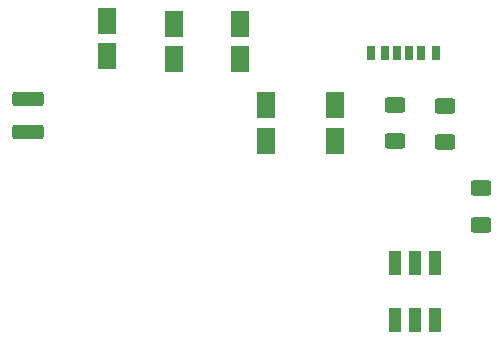
<source format=gbr>
%TF.GenerationSoftware,KiCad,Pcbnew,8.0.4*%
%TF.CreationDate,2024-07-30T00:45:45-04:00*%
%TF.ProjectId,ESP32-C3-WROOM-Node-Temperature,45535033-322d-4433-932d-57524f4f4d2d,rev?*%
%TF.SameCoordinates,Original*%
%TF.FileFunction,Paste,Top*%
%TF.FilePolarity,Positive*%
%FSLAX46Y46*%
G04 Gerber Fmt 4.6, Leading zero omitted, Abs format (unit mm)*
G04 Created by KiCad (PCBNEW 8.0.4) date 2024-07-30 00:45:45*
%MOMM*%
%LPD*%
G01*
G04 APERTURE LIST*
G04 Aperture macros list*
%AMRoundRect*
0 Rectangle with rounded corners*
0 $1 Rounding radius*
0 $2 $3 $4 $5 $6 $7 $8 $9 X,Y pos of 4 corners*
0 Add a 4 corners polygon primitive as box body*
4,1,4,$2,$3,$4,$5,$6,$7,$8,$9,$2,$3,0*
0 Add four circle primitives for the rounded corners*
1,1,$1+$1,$2,$3*
1,1,$1+$1,$4,$5*
1,1,$1+$1,$6,$7*
1,1,$1+$1,$8,$9*
0 Add four rect primitives between the rounded corners*
20,1,$1+$1,$2,$3,$4,$5,0*
20,1,$1+$1,$4,$5,$6,$7,0*
20,1,$1+$1,$6,$7,$8,$9,0*
20,1,$1+$1,$8,$9,$2,$3,0*%
G04 Aperture macros list end*
%ADD10RoundRect,0.250000X0.625000X-0.400000X0.625000X0.400000X-0.625000X0.400000X-0.625000X-0.400000X0*%
%ADD11R,0.700000X1.200000*%
%ADD12R,0.760000X1.200000*%
%ADD13R,0.800000X1.200000*%
%ADD14R,1.600000X2.200000*%
%ADD15RoundRect,0.250000X-0.625000X0.400000X-0.625000X-0.400000X0.625000X-0.400000X0.625000X0.400000X0*%
%ADD16R,1.100000X2.000000*%
%ADD17RoundRect,0.250000X-1.075000X0.375000X-1.075000X-0.375000X1.075000X-0.375000X1.075000X0.375000X0*%
G04 APERTURE END LIST*
D10*
%TO.C,R6*%
X144900000Y-72850000D03*
X144900000Y-69750000D03*
%TD*%
%TO.C,R5*%
X149100000Y-72950000D03*
X149100000Y-69850000D03*
%TD*%
D11*
%TO.C,J5*%
X146100000Y-65400000D03*
D12*
X144080000Y-65400000D03*
D13*
X142850000Y-65400000D03*
D11*
X145100000Y-65400000D03*
D12*
X147120000Y-65400000D03*
D13*
X148350000Y-65400000D03*
%TD*%
D14*
%TO.C,C4*%
X131800000Y-65900000D03*
X131800000Y-62900000D03*
%TD*%
D15*
%TO.C,R4*%
X152200000Y-76849999D03*
X152200000Y-79950001D03*
%TD*%
D16*
%TO.C,D1*%
X144900000Y-88000000D03*
X146600000Y-88000000D03*
X148300000Y-88000000D03*
X148300000Y-83200000D03*
X146600000Y-83200000D03*
X144900000Y-83200000D03*
%TD*%
D14*
%TO.C,C3*%
X134000000Y-72800000D03*
X134000000Y-69800000D03*
%TD*%
%TO.C,C2*%
X126200000Y-65900000D03*
X126200000Y-62900000D03*
%TD*%
D17*
%TO.C,D2*%
X113800000Y-69300000D03*
X113800000Y-72100000D03*
%TD*%
D14*
%TO.C,C6*%
X139800000Y-72800000D03*
X139800000Y-69800000D03*
%TD*%
%TO.C,C1*%
X120500000Y-65672600D03*
X120500000Y-62672600D03*
%TD*%
M02*

</source>
